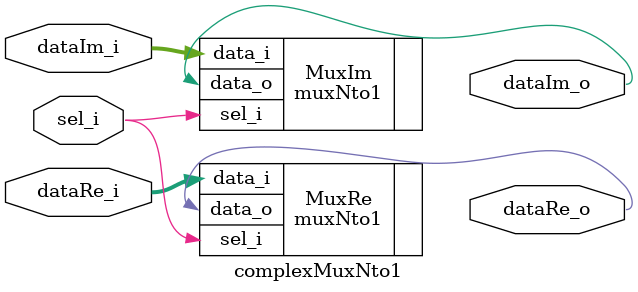
<source format=v>
/*	
   ===================================================================
   Module Name  : Complex Multiplexer N to 1
      
   Filename     : complexMuxNto1.v
   Type         : Verilog Module
   
   Description  : Parametrizable complex multiplexor 
                  The number of inputs must be power of two!
                  
                  -data_i signal distribution:
                     
                  data_i  [                      DATA_WIDTH-1:0] -> input 0
                  data_i  [         (2*DATA_WIDTH)-1:DATA_WIDTH] -> input 1
                  data_i  [     (3*DATA_WIDTH)-1:(2*DATA_WIDTH)] -> input 2
                  ...
                  data_i  [ (N*DATA_WIDTH)-1:((N-1)*DATA_WIDTH)] -> input N-1
               * where  N = (2^SEL_WIDTH)
   -----------------------------------------------------------------------------
   Clocks      : -
   Reset       : -
   Parameters  :   
         NAME                         Comments                   Default
         ------------------------------------------------------------------------------
         SEL_WIDTH               Number bits for mux selector        2
         DATA_WIDTH              Number of data bits                33 
         ------------------------------------------------------------------------------
   Version     : 1.0
   Data        : 14 Nov 2018
   Revision    : -
   Reviser     : -		
   ------------------------------------------------------------------------------
      Modification Log "please register all the modifications in this area"
      (D/M/Y)  
      
   ----------------------
   // Instance template
   ----------------------
complexMuxNto1 
#(
   .DATA_WIDTH   (),
   .SEL_WIDTH    ("ceil_log2(N)")
)
"MODULE_NAME"
(
   .sel_i    (),
   .dataRe_i   ({
                  ,  // Re:N-1
                  ,  // Re: ...
                  ,  // Re:1
                     // Re:0
                  }),
	.dataIm_i   ({
                  ,  // Im:N-1
                  ,  // Im: ...
                  ,  // Im:1
                     // Im:0
                  }),
   .dataRe_o   (),
	.dataIm_o   ()
);
*/


module complexMuxNto1 
#(
		parameter  DATA_WIDTH   = 'd1,
      parameter  SEL_WIDTH    = 'd1
)(
    //-------------ctrl signals---------------//
    input   wire [   SEL_WIDTH -1                  :0 ]  sel_i,
    //-------------data/addr signals-----------//
    input   wire [( (2**SEL_WIDTH) *DATA_WIDTH)-1  :0 ]  dataRe_i,
	 input   wire [( (2**SEL_WIDTH) *DATA_WIDTH)-1  :0 ]  dataIm_i,
    output  wire [             DATA_WIDTH-1        :0 ]  dataRe_o,
	 output  wire [             DATA_WIDTH-1        :0 ]  dataIm_o
);

// -----------------------------------------------------------

  muxNto1 
   #(
      .DATA_WIDTH   (DATA_WIDTH),
      .SEL_WIDTH    (SEL_WIDTH)
   )
   MuxRe
   (
      .sel_i    (sel_i),
      .data_i   (dataRe_i),
      .data_o   (dataRe_o)
   );
	
	muxNto1 
   #(
      .DATA_WIDTH   (DATA_WIDTH),
      .SEL_WIDTH    (SEL_WIDTH)
   )
   MuxIm
   (
      .sel_i    (sel_i),
      .data_i   (dataIm_i),
      .data_o   (dataIm_o)
   );
endmodule

</source>
